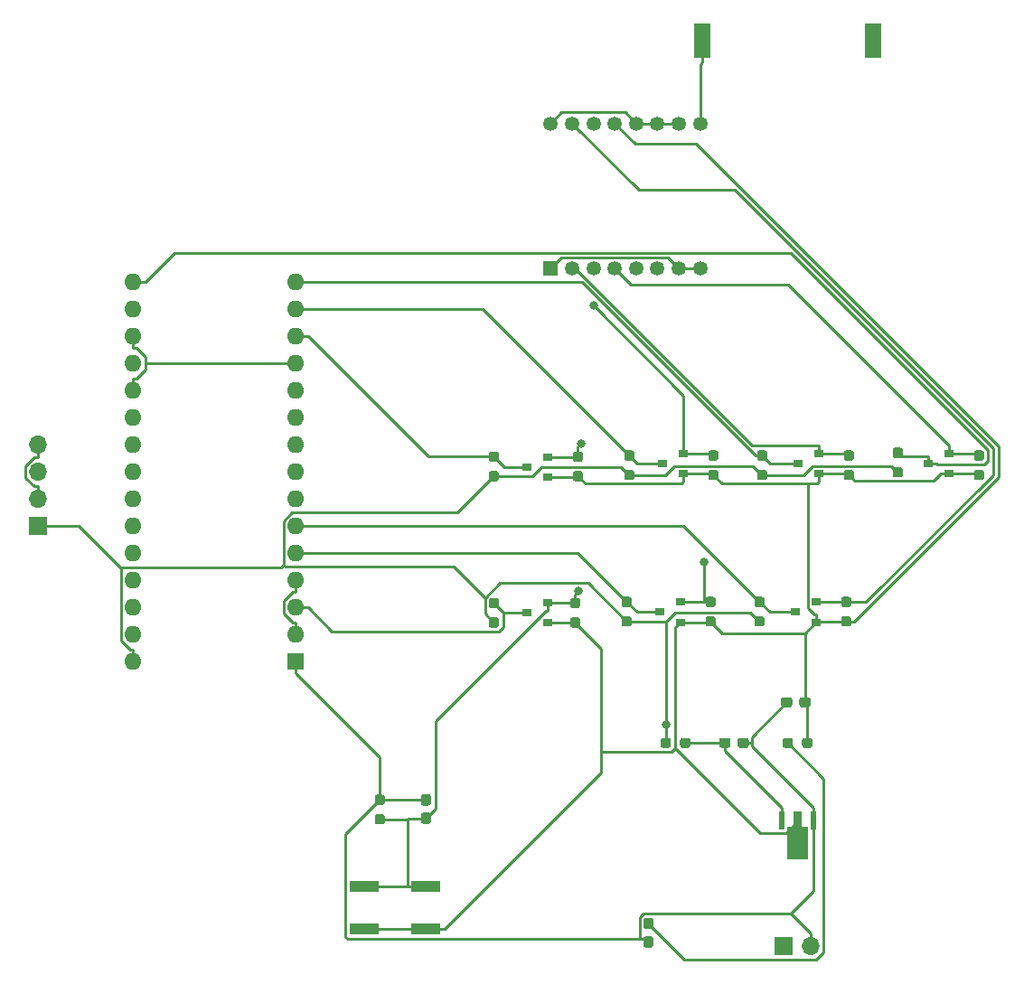
<source format=gbr>
%TF.GenerationSoftware,KiCad,Pcbnew,(5.1.10)-1*%
%TF.CreationDate,2021-06-24T19:27:42+08:00*%
%TF.ProjectId,hoperf_arduino,686f7065-7266-45f6-9172-6475696e6f2e,rev?*%
%TF.SameCoordinates,Original*%
%TF.FileFunction,Copper,L1,Top*%
%TF.FilePolarity,Positive*%
%FSLAX46Y46*%
G04 Gerber Fmt 4.6, Leading zero omitted, Abs format (unit mm)*
G04 Created by KiCad (PCBNEW (5.1.10)-1) date 2021-06-24 19:27:42*
%MOMM*%
%LPD*%
G01*
G04 APERTURE LIST*
%TA.AperFunction,ComponentPad*%
%ADD10C,1.350000*%
%TD*%
%TA.AperFunction,ComponentPad*%
%ADD11R,1.350000X1.350000*%
%TD*%
%TA.AperFunction,ComponentPad*%
%ADD12O,1.700000X1.700000*%
%TD*%
%TA.AperFunction,ComponentPad*%
%ADD13R,1.700000X1.700000*%
%TD*%
%TA.AperFunction,SMDPad,CuDef*%
%ADD14C,0.100000*%
%TD*%
%TA.AperFunction,SMDPad,CuDef*%
%ADD15R,0.580000X1.730000*%
%TD*%
%TA.AperFunction,SMDPad,CuDef*%
%ADD16R,2.800000X1.000000*%
%TD*%
%TA.AperFunction,ComponentPad*%
%ADD17R,1.600000X1.600000*%
%TD*%
%TA.AperFunction,ComponentPad*%
%ADD18O,1.600000X1.600000*%
%TD*%
%TA.AperFunction,SMDPad,CuDef*%
%ADD19R,0.900000X0.800000*%
%TD*%
%TA.AperFunction,SMDPad,CuDef*%
%ADD20R,1.524000X3.302000*%
%TD*%
%TA.AperFunction,ViaPad*%
%ADD21C,0.800000*%
%TD*%
%TA.AperFunction,Conductor*%
%ADD22C,0.250000*%
%TD*%
G04 APERTURE END LIST*
D10*
%TO.P,U2,16*%
%TO.N,GND*%
X102616000Y-65140000D03*
%TO.P,U2,15*%
%TO.N,/L_DIO1*%
X104616000Y-65140000D03*
%TO.P,U2,14*%
%TO.N,/L_DIO0*%
X106616000Y-65140000D03*
%TO.P,U2,13*%
%TO.N,+3V3*%
X108616000Y-65140000D03*
%TO.P,U2,12*%
%TO.N,GND*%
X110616000Y-65140000D03*
%TO.P,U2,11*%
X112616000Y-65140000D03*
%TO.P,U2,10*%
X114616000Y-65140000D03*
%TO.P,U2,9*%
%TO.N,Net-(E1-Pad1)*%
X116616000Y-65140000D03*
%TO.P,U2,8*%
%TO.N,GND*%
X116616000Y-78740000D03*
%TO.P,U2,7*%
X114616000Y-78740000D03*
%TO.P,U2,6*%
%TO.N,/L_RESET*%
X112616000Y-78740000D03*
%TO.P,U2,5*%
%TO.N,/L_CS*%
X110616000Y-78740000D03*
%TO.P,U2,4*%
%TO.N,/L_SCK*%
X108616000Y-78740000D03*
%TO.P,U2,3*%
%TO.N,/L_MOSI*%
X106616000Y-78740000D03*
%TO.P,U2,2*%
%TO.N,/L_MISO*%
X104616000Y-78740000D03*
D11*
%TO.P,U2,1*%
%TO.N,GND*%
X102616000Y-78740000D03*
%TD*%
D12*
%TO.P,BT1,2*%
%TO.N,GND*%
X127000000Y-142240000D03*
D13*
%TO.P,BT1,1*%
%TO.N,+5V*%
X124460000Y-142240000D03*
%TD*%
%TA.AperFunction,SMDPad,CuDef*%
D14*
%TO.P,U1,2*%
%TO.N,+3V3*%
G36*
X124763500Y-131080000D02*
G01*
X125350000Y-131080000D01*
X125350000Y-129580000D01*
X126110000Y-129580000D01*
X126110000Y-131080000D01*
X126696500Y-131080000D01*
X126696500Y-134109999D01*
X124763500Y-134109999D01*
X124763500Y-131080000D01*
G37*
%TD.AperFunction*%
D15*
%TO.P,U1,3*%
%TO.N,Net-(C2-Pad1)*%
X124230000Y-130445000D03*
%TO.P,U1,1*%
%TO.N,GND*%
X127230000Y-130445000D03*
%TD*%
D16*
%TO.P,SW1,2*%
%TO.N,/L_RESET*%
X85132000Y-136652000D03*
X90932000Y-136652000D03*
%TO.P,SW1,1*%
%TO.N,+3V3*%
X85132000Y-140652000D03*
X90932000Y-140652000D03*
%TD*%
%TO.P,R24,2*%
%TO.N,+3V3*%
%TA.AperFunction,SMDPad,CuDef*%
G36*
G01*
X126155000Y-123427500D02*
X126155000Y-122952500D01*
G75*
G02*
X126392500Y-122715000I237500J0D01*
G01*
X126892500Y-122715000D01*
G75*
G02*
X127130000Y-122952500I0J-237500D01*
G01*
X127130000Y-123427500D01*
G75*
G02*
X126892500Y-123665000I-237500J0D01*
G01*
X126392500Y-123665000D01*
G75*
G02*
X126155000Y-123427500I0J237500D01*
G01*
G37*
%TD.AperFunction*%
%TO.P,R24,1*%
%TO.N,Net-(D1-Pad2)*%
%TA.AperFunction,SMDPad,CuDef*%
G36*
G01*
X124330000Y-123427500D02*
X124330000Y-122952500D01*
G75*
G02*
X124567500Y-122715000I237500J0D01*
G01*
X125067500Y-122715000D01*
G75*
G02*
X125305000Y-122952500I0J-237500D01*
G01*
X125305000Y-123427500D01*
G75*
G02*
X125067500Y-123665000I-237500J0D01*
G01*
X124567500Y-123665000D01*
G75*
G02*
X124330000Y-123427500I0J237500D01*
G01*
G37*
%TD.AperFunction*%
%TD*%
%TO.P,R15,2*%
%TO.N,/L_DIO1*%
%TA.AperFunction,SMDPad,CuDef*%
G36*
G01*
X130539500Y-110469000D02*
X130064500Y-110469000D01*
G75*
G02*
X129827000Y-110231500I0J237500D01*
G01*
X129827000Y-109731500D01*
G75*
G02*
X130064500Y-109494000I237500J0D01*
G01*
X130539500Y-109494000D01*
G75*
G02*
X130777000Y-109731500I0J-237500D01*
G01*
X130777000Y-110231500D01*
G75*
G02*
X130539500Y-110469000I-237500J0D01*
G01*
G37*
%TD.AperFunction*%
%TO.P,R15,1*%
%TO.N,+3V3*%
%TA.AperFunction,SMDPad,CuDef*%
G36*
G01*
X130539500Y-112294000D02*
X130064500Y-112294000D01*
G75*
G02*
X129827000Y-112056500I0J237500D01*
G01*
X129827000Y-111556500D01*
G75*
G02*
X130064500Y-111319000I237500J0D01*
G01*
X130539500Y-111319000D01*
G75*
G02*
X130777000Y-111556500I0J-237500D01*
G01*
X130777000Y-112056500D01*
G75*
G02*
X130539500Y-112294000I-237500J0D01*
G01*
G37*
%TD.AperFunction*%
%TD*%
%TO.P,R14,2*%
%TO.N,/H_DIO1*%
%TA.AperFunction,SMDPad,CuDef*%
G36*
G01*
X122411500Y-110469000D02*
X121936500Y-110469000D01*
G75*
G02*
X121699000Y-110231500I0J237500D01*
G01*
X121699000Y-109731500D01*
G75*
G02*
X121936500Y-109494000I237500J0D01*
G01*
X122411500Y-109494000D01*
G75*
G02*
X122649000Y-109731500I0J-237500D01*
G01*
X122649000Y-110231500D01*
G75*
G02*
X122411500Y-110469000I-237500J0D01*
G01*
G37*
%TD.AperFunction*%
%TO.P,R14,1*%
%TO.N,+5V*%
%TA.AperFunction,SMDPad,CuDef*%
G36*
G01*
X122411500Y-112294000D02*
X121936500Y-112294000D01*
G75*
G02*
X121699000Y-112056500I0J237500D01*
G01*
X121699000Y-111556500D01*
G75*
G02*
X121936500Y-111319000I237500J0D01*
G01*
X122411500Y-111319000D01*
G75*
G02*
X122649000Y-111556500I0J-237500D01*
G01*
X122649000Y-112056500D01*
G75*
G02*
X122411500Y-112294000I-237500J0D01*
G01*
G37*
%TD.AperFunction*%
%TD*%
%TO.P,R13,2*%
%TO.N,/L_DIO0*%
%TA.AperFunction,SMDPad,CuDef*%
G36*
G01*
X117839500Y-110469000D02*
X117364500Y-110469000D01*
G75*
G02*
X117127000Y-110231500I0J237500D01*
G01*
X117127000Y-109731500D01*
G75*
G02*
X117364500Y-109494000I237500J0D01*
G01*
X117839500Y-109494000D01*
G75*
G02*
X118077000Y-109731500I0J-237500D01*
G01*
X118077000Y-110231500D01*
G75*
G02*
X117839500Y-110469000I-237500J0D01*
G01*
G37*
%TD.AperFunction*%
%TO.P,R13,1*%
%TO.N,+3V3*%
%TA.AperFunction,SMDPad,CuDef*%
G36*
G01*
X117839500Y-112294000D02*
X117364500Y-112294000D01*
G75*
G02*
X117127000Y-112056500I0J237500D01*
G01*
X117127000Y-111556500D01*
G75*
G02*
X117364500Y-111319000I237500J0D01*
G01*
X117839500Y-111319000D01*
G75*
G02*
X118077000Y-111556500I0J-237500D01*
G01*
X118077000Y-112056500D01*
G75*
G02*
X117839500Y-112294000I-237500J0D01*
G01*
G37*
%TD.AperFunction*%
%TD*%
%TO.P,R12,2*%
%TO.N,/H_DIO0*%
%TA.AperFunction,SMDPad,CuDef*%
G36*
G01*
X109965500Y-110469000D02*
X109490500Y-110469000D01*
G75*
G02*
X109253000Y-110231500I0J237500D01*
G01*
X109253000Y-109731500D01*
G75*
G02*
X109490500Y-109494000I237500J0D01*
G01*
X109965500Y-109494000D01*
G75*
G02*
X110203000Y-109731500I0J-237500D01*
G01*
X110203000Y-110231500D01*
G75*
G02*
X109965500Y-110469000I-237500J0D01*
G01*
G37*
%TD.AperFunction*%
%TO.P,R12,1*%
%TO.N,+5V*%
%TA.AperFunction,SMDPad,CuDef*%
G36*
G01*
X109965500Y-112294000D02*
X109490500Y-112294000D01*
G75*
G02*
X109253000Y-112056500I0J237500D01*
G01*
X109253000Y-111556500D01*
G75*
G02*
X109490500Y-111319000I237500J0D01*
G01*
X109965500Y-111319000D01*
G75*
G02*
X110203000Y-111556500I0J-237500D01*
G01*
X110203000Y-112056500D01*
G75*
G02*
X109965500Y-112294000I-237500J0D01*
G01*
G37*
%TD.AperFunction*%
%TD*%
%TO.P,R11,2*%
%TO.N,/L_RESET*%
%TA.AperFunction,SMDPad,CuDef*%
G36*
G01*
X105139500Y-110573000D02*
X104664500Y-110573000D01*
G75*
G02*
X104427000Y-110335500I0J237500D01*
G01*
X104427000Y-109835500D01*
G75*
G02*
X104664500Y-109598000I237500J0D01*
G01*
X105139500Y-109598000D01*
G75*
G02*
X105377000Y-109835500I0J-237500D01*
G01*
X105377000Y-110335500D01*
G75*
G02*
X105139500Y-110573000I-237500J0D01*
G01*
G37*
%TD.AperFunction*%
%TO.P,R11,1*%
%TO.N,+3V3*%
%TA.AperFunction,SMDPad,CuDef*%
G36*
G01*
X105139500Y-112398000D02*
X104664500Y-112398000D01*
G75*
G02*
X104427000Y-112160500I0J237500D01*
G01*
X104427000Y-111660500D01*
G75*
G02*
X104664500Y-111423000I237500J0D01*
G01*
X105139500Y-111423000D01*
G75*
G02*
X105377000Y-111660500I0J-237500D01*
G01*
X105377000Y-112160500D01*
G75*
G02*
X105139500Y-112398000I-237500J0D01*
G01*
G37*
%TD.AperFunction*%
%TD*%
%TO.P,R10,2*%
%TO.N,/H_RESET*%
%TA.AperFunction,SMDPad,CuDef*%
G36*
G01*
X97519500Y-110573000D02*
X97044500Y-110573000D01*
G75*
G02*
X96807000Y-110335500I0J237500D01*
G01*
X96807000Y-109835500D01*
G75*
G02*
X97044500Y-109598000I237500J0D01*
G01*
X97519500Y-109598000D01*
G75*
G02*
X97757000Y-109835500I0J-237500D01*
G01*
X97757000Y-110335500D01*
G75*
G02*
X97519500Y-110573000I-237500J0D01*
G01*
G37*
%TD.AperFunction*%
%TO.P,R10,1*%
%TO.N,+5V*%
%TA.AperFunction,SMDPad,CuDef*%
G36*
G01*
X97519500Y-112398000D02*
X97044500Y-112398000D01*
G75*
G02*
X96807000Y-112160500I0J237500D01*
G01*
X96807000Y-111660500D01*
G75*
G02*
X97044500Y-111423000I237500J0D01*
G01*
X97519500Y-111423000D01*
G75*
G02*
X97757000Y-111660500I0J-237500D01*
G01*
X97757000Y-112160500D01*
G75*
G02*
X97519500Y-112398000I-237500J0D01*
G01*
G37*
%TD.AperFunction*%
%TD*%
%TO.P,R9,2*%
%TO.N,/L_CS*%
%TA.AperFunction,SMDPad,CuDef*%
G36*
G01*
X105393500Y-96857000D02*
X104918500Y-96857000D01*
G75*
G02*
X104681000Y-96619500I0J237500D01*
G01*
X104681000Y-96119500D01*
G75*
G02*
X104918500Y-95882000I237500J0D01*
G01*
X105393500Y-95882000D01*
G75*
G02*
X105631000Y-96119500I0J-237500D01*
G01*
X105631000Y-96619500D01*
G75*
G02*
X105393500Y-96857000I-237500J0D01*
G01*
G37*
%TD.AperFunction*%
%TO.P,R9,1*%
%TO.N,+3V3*%
%TA.AperFunction,SMDPad,CuDef*%
G36*
G01*
X105393500Y-98682000D02*
X104918500Y-98682000D01*
G75*
G02*
X104681000Y-98444500I0J237500D01*
G01*
X104681000Y-97944500D01*
G75*
G02*
X104918500Y-97707000I237500J0D01*
G01*
X105393500Y-97707000D01*
G75*
G02*
X105631000Y-97944500I0J-237500D01*
G01*
X105631000Y-98444500D01*
G75*
G02*
X105393500Y-98682000I-237500J0D01*
G01*
G37*
%TD.AperFunction*%
%TD*%
%TO.P,R8,2*%
%TO.N,/H_CS*%
%TA.AperFunction,SMDPad,CuDef*%
G36*
G01*
X97519500Y-96857000D02*
X97044500Y-96857000D01*
G75*
G02*
X96807000Y-96619500I0J237500D01*
G01*
X96807000Y-96119500D01*
G75*
G02*
X97044500Y-95882000I237500J0D01*
G01*
X97519500Y-95882000D01*
G75*
G02*
X97757000Y-96119500I0J-237500D01*
G01*
X97757000Y-96619500D01*
G75*
G02*
X97519500Y-96857000I-237500J0D01*
G01*
G37*
%TD.AperFunction*%
%TO.P,R8,1*%
%TO.N,+5V*%
%TA.AperFunction,SMDPad,CuDef*%
G36*
G01*
X97519500Y-98682000D02*
X97044500Y-98682000D01*
G75*
G02*
X96807000Y-98444500I0J237500D01*
G01*
X96807000Y-97944500D01*
G75*
G02*
X97044500Y-97707000I237500J0D01*
G01*
X97519500Y-97707000D01*
G75*
G02*
X97757000Y-97944500I0J-237500D01*
G01*
X97757000Y-98444500D01*
G75*
G02*
X97519500Y-98682000I-237500J0D01*
G01*
G37*
%TD.AperFunction*%
%TD*%
%TO.P,R7,2*%
%TO.N,/L_SCK*%
%TA.AperFunction,SMDPad,CuDef*%
G36*
G01*
X142985500Y-96753500D02*
X142510500Y-96753500D01*
G75*
G02*
X142273000Y-96516000I0J237500D01*
G01*
X142273000Y-96016000D01*
G75*
G02*
X142510500Y-95778500I237500J0D01*
G01*
X142985500Y-95778500D01*
G75*
G02*
X143223000Y-96016000I0J-237500D01*
G01*
X143223000Y-96516000D01*
G75*
G02*
X142985500Y-96753500I-237500J0D01*
G01*
G37*
%TD.AperFunction*%
%TO.P,R7,1*%
%TO.N,+3V3*%
%TA.AperFunction,SMDPad,CuDef*%
G36*
G01*
X142985500Y-98578500D02*
X142510500Y-98578500D01*
G75*
G02*
X142273000Y-98341000I0J237500D01*
G01*
X142273000Y-97841000D01*
G75*
G02*
X142510500Y-97603500I237500J0D01*
G01*
X142985500Y-97603500D01*
G75*
G02*
X143223000Y-97841000I0J-237500D01*
G01*
X143223000Y-98341000D01*
G75*
G02*
X142985500Y-98578500I-237500J0D01*
G01*
G37*
%TD.AperFunction*%
%TD*%
%TO.P,R6,2*%
%TO.N,/H_SCK*%
%TA.AperFunction,SMDPad,CuDef*%
G36*
G01*
X135365500Y-96499500D02*
X134890500Y-96499500D01*
G75*
G02*
X134653000Y-96262000I0J237500D01*
G01*
X134653000Y-95762000D01*
G75*
G02*
X134890500Y-95524500I237500J0D01*
G01*
X135365500Y-95524500D01*
G75*
G02*
X135603000Y-95762000I0J-237500D01*
G01*
X135603000Y-96262000D01*
G75*
G02*
X135365500Y-96499500I-237500J0D01*
G01*
G37*
%TD.AperFunction*%
%TO.P,R6,1*%
%TO.N,+5V*%
%TA.AperFunction,SMDPad,CuDef*%
G36*
G01*
X135365500Y-98324500D02*
X134890500Y-98324500D01*
G75*
G02*
X134653000Y-98087000I0J237500D01*
G01*
X134653000Y-97587000D01*
G75*
G02*
X134890500Y-97349500I237500J0D01*
G01*
X135365500Y-97349500D01*
G75*
G02*
X135603000Y-97587000I0J-237500D01*
G01*
X135603000Y-98087000D01*
G75*
G02*
X135365500Y-98324500I-237500J0D01*
G01*
G37*
%TD.AperFunction*%
%TD*%
%TO.P,R5,2*%
%TO.N,/L_MISO*%
%TA.AperFunction,SMDPad,CuDef*%
G36*
G01*
X130793500Y-96753500D02*
X130318500Y-96753500D01*
G75*
G02*
X130081000Y-96516000I0J237500D01*
G01*
X130081000Y-96016000D01*
G75*
G02*
X130318500Y-95778500I237500J0D01*
G01*
X130793500Y-95778500D01*
G75*
G02*
X131031000Y-96016000I0J-237500D01*
G01*
X131031000Y-96516000D01*
G75*
G02*
X130793500Y-96753500I-237500J0D01*
G01*
G37*
%TD.AperFunction*%
%TO.P,R5,1*%
%TO.N,+3V3*%
%TA.AperFunction,SMDPad,CuDef*%
G36*
G01*
X130793500Y-98578500D02*
X130318500Y-98578500D01*
G75*
G02*
X130081000Y-98341000I0J237500D01*
G01*
X130081000Y-97841000D01*
G75*
G02*
X130318500Y-97603500I237500J0D01*
G01*
X130793500Y-97603500D01*
G75*
G02*
X131031000Y-97841000I0J-237500D01*
G01*
X131031000Y-98341000D01*
G75*
G02*
X130793500Y-98578500I-237500J0D01*
G01*
G37*
%TD.AperFunction*%
%TD*%
%TO.P,R4,2*%
%TO.N,/H_MISO*%
%TA.AperFunction,SMDPad,CuDef*%
G36*
G01*
X122665500Y-96753500D02*
X122190500Y-96753500D01*
G75*
G02*
X121953000Y-96516000I0J237500D01*
G01*
X121953000Y-96016000D01*
G75*
G02*
X122190500Y-95778500I237500J0D01*
G01*
X122665500Y-95778500D01*
G75*
G02*
X122903000Y-96016000I0J-237500D01*
G01*
X122903000Y-96516000D01*
G75*
G02*
X122665500Y-96753500I-237500J0D01*
G01*
G37*
%TD.AperFunction*%
%TO.P,R4,1*%
%TO.N,+5V*%
%TA.AperFunction,SMDPad,CuDef*%
G36*
G01*
X122665500Y-98578500D02*
X122190500Y-98578500D01*
G75*
G02*
X121953000Y-98341000I0J237500D01*
G01*
X121953000Y-97841000D01*
G75*
G02*
X122190500Y-97603500I237500J0D01*
G01*
X122665500Y-97603500D01*
G75*
G02*
X122903000Y-97841000I0J-237500D01*
G01*
X122903000Y-98341000D01*
G75*
G02*
X122665500Y-98578500I-237500J0D01*
G01*
G37*
%TD.AperFunction*%
%TD*%
%TO.P,R3,2*%
%TO.N,/L_MOSI*%
%TA.AperFunction,SMDPad,CuDef*%
G36*
G01*
X118093500Y-96753500D02*
X117618500Y-96753500D01*
G75*
G02*
X117381000Y-96516000I0J237500D01*
G01*
X117381000Y-96016000D01*
G75*
G02*
X117618500Y-95778500I237500J0D01*
G01*
X118093500Y-95778500D01*
G75*
G02*
X118331000Y-96016000I0J-237500D01*
G01*
X118331000Y-96516000D01*
G75*
G02*
X118093500Y-96753500I-237500J0D01*
G01*
G37*
%TD.AperFunction*%
%TO.P,R3,1*%
%TO.N,+3V3*%
%TA.AperFunction,SMDPad,CuDef*%
G36*
G01*
X118093500Y-98578500D02*
X117618500Y-98578500D01*
G75*
G02*
X117381000Y-98341000I0J237500D01*
G01*
X117381000Y-97841000D01*
G75*
G02*
X117618500Y-97603500I237500J0D01*
G01*
X118093500Y-97603500D01*
G75*
G02*
X118331000Y-97841000I0J-237500D01*
G01*
X118331000Y-98341000D01*
G75*
G02*
X118093500Y-98578500I-237500J0D01*
G01*
G37*
%TD.AperFunction*%
%TD*%
%TO.P,R2,2*%
%TO.N,/H_MOSI*%
%TA.AperFunction,SMDPad,CuDef*%
G36*
G01*
X110219500Y-96753500D02*
X109744500Y-96753500D01*
G75*
G02*
X109507000Y-96516000I0J237500D01*
G01*
X109507000Y-96016000D01*
G75*
G02*
X109744500Y-95778500I237500J0D01*
G01*
X110219500Y-95778500D01*
G75*
G02*
X110457000Y-96016000I0J-237500D01*
G01*
X110457000Y-96516000D01*
G75*
G02*
X110219500Y-96753500I-237500J0D01*
G01*
G37*
%TD.AperFunction*%
%TO.P,R2,1*%
%TO.N,+5V*%
%TA.AperFunction,SMDPad,CuDef*%
G36*
G01*
X110219500Y-98578500D02*
X109744500Y-98578500D01*
G75*
G02*
X109507000Y-98341000I0J237500D01*
G01*
X109507000Y-97841000D01*
G75*
G02*
X109744500Y-97603500I237500J0D01*
G01*
X110219500Y-97603500D01*
G75*
G02*
X110457000Y-97841000I0J-237500D01*
G01*
X110457000Y-98341000D01*
G75*
G02*
X110219500Y-98578500I-237500J0D01*
G01*
G37*
%TD.AperFunction*%
%TD*%
%TO.P,R1,2*%
%TO.N,GND*%
%TA.AperFunction,SMDPad,CuDef*%
G36*
G01*
X86851500Y-129011000D02*
X86376500Y-129011000D01*
G75*
G02*
X86139000Y-128773500I0J237500D01*
G01*
X86139000Y-128273500D01*
G75*
G02*
X86376500Y-128036000I237500J0D01*
G01*
X86851500Y-128036000D01*
G75*
G02*
X87089000Y-128273500I0J-237500D01*
G01*
X87089000Y-128773500D01*
G75*
G02*
X86851500Y-129011000I-237500J0D01*
G01*
G37*
%TD.AperFunction*%
%TO.P,R1,1*%
%TO.N,/L_RESET*%
%TA.AperFunction,SMDPad,CuDef*%
G36*
G01*
X86851500Y-130836000D02*
X86376500Y-130836000D01*
G75*
G02*
X86139000Y-130598500I0J237500D01*
G01*
X86139000Y-130098500D01*
G75*
G02*
X86376500Y-129861000I237500J0D01*
G01*
X86851500Y-129861000D01*
G75*
G02*
X87089000Y-130098500I0J-237500D01*
G01*
X87089000Y-130598500D01*
G75*
G02*
X86851500Y-130836000I-237500J0D01*
G01*
G37*
%TD.AperFunction*%
%TD*%
%TO.P,FB1,2*%
%TO.N,+5V*%
%TA.AperFunction,SMDPad,CuDef*%
G36*
G01*
X113875000Y-122952500D02*
X113875000Y-123427500D01*
G75*
G02*
X113637500Y-123665000I-237500J0D01*
G01*
X113137500Y-123665000D01*
G75*
G02*
X112900000Y-123427500I0J237500D01*
G01*
X112900000Y-122952500D01*
G75*
G02*
X113137500Y-122715000I237500J0D01*
G01*
X113637500Y-122715000D01*
G75*
G02*
X113875000Y-122952500I0J-237500D01*
G01*
G37*
%TD.AperFunction*%
%TO.P,FB1,1*%
%TO.N,Net-(C2-Pad1)*%
%TA.AperFunction,SMDPad,CuDef*%
G36*
G01*
X115700000Y-122952500D02*
X115700000Y-123427500D01*
G75*
G02*
X115462500Y-123665000I-237500J0D01*
G01*
X114962500Y-123665000D01*
G75*
G02*
X114725000Y-123427500I0J237500D01*
G01*
X114725000Y-122952500D01*
G75*
G02*
X114962500Y-122715000I237500J0D01*
G01*
X115462500Y-122715000D01*
G75*
G02*
X115700000Y-122952500I0J-237500D01*
G01*
G37*
%TD.AperFunction*%
%TD*%
%TO.P,D1,2*%
%TO.N,Net-(D1-Pad2)*%
%TA.AperFunction,SMDPad,CuDef*%
G36*
G01*
X111997500Y-140620000D02*
X111522500Y-140620000D01*
G75*
G02*
X111285000Y-140382500I0J237500D01*
G01*
X111285000Y-139807500D01*
G75*
G02*
X111522500Y-139570000I237500J0D01*
G01*
X111997500Y-139570000D01*
G75*
G02*
X112235000Y-139807500I0J-237500D01*
G01*
X112235000Y-140382500D01*
G75*
G02*
X111997500Y-140620000I-237500J0D01*
G01*
G37*
%TD.AperFunction*%
%TO.P,D1,1*%
%TO.N,GND*%
%TA.AperFunction,SMDPad,CuDef*%
G36*
G01*
X111997500Y-142370000D02*
X111522500Y-142370000D01*
G75*
G02*
X111285000Y-142132500I0J237500D01*
G01*
X111285000Y-141557500D01*
G75*
G02*
X111522500Y-141320000I237500J0D01*
G01*
X111997500Y-141320000D01*
G75*
G02*
X112235000Y-141557500I0J-237500D01*
G01*
X112235000Y-142132500D01*
G75*
G02*
X111997500Y-142370000I-237500J0D01*
G01*
G37*
%TD.AperFunction*%
%TD*%
%TO.P,C3,2*%
%TO.N,GND*%
%TA.AperFunction,SMDPad,CuDef*%
G36*
G01*
X125251000Y-119142500D02*
X125251000Y-119617500D01*
G75*
G02*
X125013500Y-119855000I-237500J0D01*
G01*
X124413500Y-119855000D01*
G75*
G02*
X124176000Y-119617500I0J237500D01*
G01*
X124176000Y-119142500D01*
G75*
G02*
X124413500Y-118905000I237500J0D01*
G01*
X125013500Y-118905000D01*
G75*
G02*
X125251000Y-119142500I0J-237500D01*
G01*
G37*
%TD.AperFunction*%
%TO.P,C3,1*%
%TO.N,+3V3*%
%TA.AperFunction,SMDPad,CuDef*%
G36*
G01*
X126976000Y-119142500D02*
X126976000Y-119617500D01*
G75*
G02*
X126738500Y-119855000I-237500J0D01*
G01*
X126138500Y-119855000D01*
G75*
G02*
X125901000Y-119617500I0J237500D01*
G01*
X125901000Y-119142500D01*
G75*
G02*
X126138500Y-118905000I237500J0D01*
G01*
X126738500Y-118905000D01*
G75*
G02*
X126976000Y-119142500I0J-237500D01*
G01*
G37*
%TD.AperFunction*%
%TD*%
%TO.P,C2,2*%
%TO.N,GND*%
%TA.AperFunction,SMDPad,CuDef*%
G36*
G01*
X120113000Y-123427500D02*
X120113000Y-122952500D01*
G75*
G02*
X120350500Y-122715000I237500J0D01*
G01*
X120950500Y-122715000D01*
G75*
G02*
X121188000Y-122952500I0J-237500D01*
G01*
X121188000Y-123427500D01*
G75*
G02*
X120950500Y-123665000I-237500J0D01*
G01*
X120350500Y-123665000D01*
G75*
G02*
X120113000Y-123427500I0J237500D01*
G01*
G37*
%TD.AperFunction*%
%TO.P,C2,1*%
%TO.N,Net-(C2-Pad1)*%
%TA.AperFunction,SMDPad,CuDef*%
G36*
G01*
X118388000Y-123427500D02*
X118388000Y-122952500D01*
G75*
G02*
X118625500Y-122715000I237500J0D01*
G01*
X119225500Y-122715000D01*
G75*
G02*
X119463000Y-122952500I0J-237500D01*
G01*
X119463000Y-123427500D01*
G75*
G02*
X119225500Y-123665000I-237500J0D01*
G01*
X118625500Y-123665000D01*
G75*
G02*
X118388000Y-123427500I0J237500D01*
G01*
G37*
%TD.AperFunction*%
%TD*%
%TO.P,C1,2*%
%TO.N,GND*%
%TA.AperFunction,SMDPad,CuDef*%
G36*
G01*
X91169500Y-129061000D02*
X90694500Y-129061000D01*
G75*
G02*
X90457000Y-128823500I0J237500D01*
G01*
X90457000Y-128223500D01*
G75*
G02*
X90694500Y-127986000I237500J0D01*
G01*
X91169500Y-127986000D01*
G75*
G02*
X91407000Y-128223500I0J-237500D01*
G01*
X91407000Y-128823500D01*
G75*
G02*
X91169500Y-129061000I-237500J0D01*
G01*
G37*
%TD.AperFunction*%
%TO.P,C1,1*%
%TO.N,/L_RESET*%
%TA.AperFunction,SMDPad,CuDef*%
G36*
G01*
X91169500Y-130786000D02*
X90694500Y-130786000D01*
G75*
G02*
X90457000Y-130548500I0J237500D01*
G01*
X90457000Y-129948500D01*
G75*
G02*
X90694500Y-129711000I237500J0D01*
G01*
X91169500Y-129711000D01*
G75*
G02*
X91407000Y-129948500I0J-237500D01*
G01*
X91407000Y-130548500D01*
G75*
G02*
X91169500Y-130786000I-237500J0D01*
G01*
G37*
%TD.AperFunction*%
%TD*%
D13*
%TO.P,FC1,1*%
%TO.N,+5V*%
X54610000Y-102870000D03*
D12*
%TO.P,FC1,2*%
%TO.N,GND*%
X54610000Y-100330000D03*
%TO.P,FC1,3*%
%TO.N,/FC_A0*%
X54610000Y-97790000D03*
%TO.P,FC1,4*%
%TO.N,GND*%
X54610000Y-95250000D03*
%TD*%
D17*
%TO.P,A1,1*%
%TO.N,GND*%
X78740000Y-115570000D03*
D18*
%TO.P,A1,17*%
%TO.N,N/C*%
X63500000Y-82550000D03*
%TO.P,A1,2*%
%TO.N,GND*%
X78740000Y-113030000D03*
%TO.P,A1,18*%
X63500000Y-85090000D03*
%TO.P,A1,3*%
%TO.N,/H_RESET*%
X78740000Y-110490000D03*
%TO.P,A1,19*%
%TO.N,/FC_A0*%
X63500000Y-87630000D03*
%TO.P,A1,4*%
%TO.N,GND*%
X78740000Y-107950000D03*
%TO.P,A1,20*%
X63500000Y-90170000D03*
%TO.P,A1,5*%
%TO.N,/H_DIO0*%
X78740000Y-105410000D03*
%TO.P,A1,21*%
%TO.N,GND*%
X63500000Y-92710000D03*
%TO.P,A1,6*%
%TO.N,/H_DIO1*%
X78740000Y-102870000D03*
%TO.P,A1,22*%
%TO.N,GND*%
X63500000Y-95250000D03*
%TO.P,A1,7*%
%TO.N,N/C*%
X78740000Y-100330000D03*
%TO.P,A1,23*%
%TO.N,GND*%
X63500000Y-97790000D03*
%TO.P,A1,8*%
%TO.N,/H_RESET*%
X78740000Y-97790000D03*
%TO.P,A1,24*%
%TO.N,GND*%
X63500000Y-100330000D03*
%TO.P,A1,9*%
X78740000Y-95250000D03*
%TO.P,A1,25*%
X63500000Y-102870000D03*
%TO.P,A1,10*%
X78740000Y-92710000D03*
%TO.P,A1,26*%
X63500000Y-105410000D03*
%TO.P,A1,11*%
X78740000Y-90170000D03*
%TO.P,A1,27*%
%TO.N,N/C*%
X63500000Y-107950000D03*
%TO.P,A1,12*%
%TO.N,GND*%
X78740000Y-87630000D03*
%TO.P,A1,28*%
%TO.N,/H_RESET*%
X63500000Y-110490000D03*
%TO.P,A1,13*%
%TO.N,/H_CS*%
X78740000Y-85090000D03*
%TO.P,A1,29*%
%TO.N,GND*%
X63500000Y-113030000D03*
%TO.P,A1,14*%
%TO.N,/H_MOSI*%
X78740000Y-82550000D03*
%TO.P,A1,30*%
%TO.N,+5V*%
X63500000Y-115570000D03*
%TO.P,A1,15*%
%TO.N,/H_MISO*%
X78740000Y-80010000D03*
%TO.P,A1,16*%
%TO.N,/H_SCK*%
X63500000Y-80010000D03*
%TD*%
D19*
%TO.P,Q7,3*%
%TO.N,/H_DIO1*%
X125492000Y-110932000D03*
%TO.P,Q7,2*%
%TO.N,/L_DIO1*%
X127492000Y-109982000D03*
%TO.P,Q7,1*%
%TO.N,+3V3*%
X127492000Y-111882000D03*
%TD*%
%TO.P,Q6,3*%
%TO.N,/H_DIO0*%
X112792000Y-110932000D03*
%TO.P,Q6,2*%
%TO.N,/L_DIO0*%
X114792000Y-109982000D03*
%TO.P,Q6,1*%
%TO.N,+3V3*%
X114792000Y-111882000D03*
%TD*%
%TO.P,Q5,3*%
%TO.N,/H_RESET*%
X100346000Y-110998000D03*
%TO.P,Q5,2*%
%TO.N,/L_RESET*%
X102346000Y-110048000D03*
%TO.P,Q5,1*%
%TO.N,+3V3*%
X102346000Y-111948000D03*
%TD*%
%TO.P,Q4,3*%
%TO.N,/H_CS*%
X100362000Y-97348000D03*
%TO.P,Q4,2*%
%TO.N,/L_CS*%
X102362000Y-96398000D03*
%TO.P,Q4,1*%
%TO.N,+3V3*%
X102362000Y-98298000D03*
%TD*%
%TO.P,Q3,3*%
%TO.N,/H_SCK*%
X137954000Y-97028000D03*
%TO.P,Q3,2*%
%TO.N,/L_SCK*%
X139954000Y-96078000D03*
%TO.P,Q3,1*%
%TO.N,+3V3*%
X139954000Y-97978000D03*
%TD*%
%TO.P,Q2,3*%
%TO.N,/H_MISO*%
X125746000Y-97028000D03*
%TO.P,Q2,2*%
%TO.N,/L_MISO*%
X127746000Y-96078000D03*
%TO.P,Q2,1*%
%TO.N,+3V3*%
X127746000Y-97978000D03*
%TD*%
%TO.P,Q1,3*%
%TO.N,/H_MOSI*%
X113046000Y-97028000D03*
%TO.P,Q1,2*%
%TO.N,/L_MOSI*%
X115046000Y-96078000D03*
%TO.P,Q1,1*%
%TO.N,+3V3*%
X115046000Y-97978000D03*
%TD*%
D20*
%TO.P,E1,2*%
%TO.N,N/C*%
X132842000Y-57404000D03*
%TO.P,E1,1*%
%TO.N,Net-(E1-Pad1)*%
X116840000Y-57404000D03*
%TD*%
D21*
%TO.N,/L_RESET*%
X105220200Y-108961500D03*
%TO.N,+5V*%
X113387500Y-121485800D03*
%TO.N,/L_DIO0*%
X116941600Y-106216600D03*
%TO.N,/L_MOSI*%
X106616000Y-82223100D03*
%TO.N,/L_CS*%
X105446100Y-95152700D03*
%TD*%
D22*
%TO.N,GND*%
X125110200Y-139174800D02*
X127000000Y-141064600D01*
X127000000Y-141064600D02*
X127000000Y-142240000D01*
X110936100Y-141527100D02*
X110936100Y-139536300D01*
X110936100Y-139536300D02*
X111297600Y-139174800D01*
X111297600Y-139174800D02*
X125110200Y-139174800D01*
X127230000Y-130445000D02*
X127230000Y-137055000D01*
X127230000Y-137055000D02*
X125110200Y-139174800D01*
X110936100Y-141527100D02*
X111442100Y-141527100D01*
X111442100Y-141527100D02*
X111760000Y-141845000D01*
X86614000Y-128523500D02*
X83406600Y-131730900D01*
X83406600Y-131730900D02*
X83406600Y-141336400D01*
X83406600Y-141336400D02*
X83597300Y-141527100D01*
X83597300Y-141527100D02*
X110936100Y-141527100D01*
X121451000Y-123190000D02*
X121451000Y-122642500D01*
X121451000Y-122642500D02*
X124713500Y-119380000D01*
X127230000Y-129254700D02*
X121451000Y-123475700D01*
X121451000Y-123475700D02*
X121451000Y-123190000D01*
X121451000Y-123190000D02*
X120650500Y-123190000D01*
X127230000Y-130445000D02*
X127230000Y-129254700D01*
X86614000Y-128523500D02*
X86614000Y-124569300D01*
X86614000Y-124569300D02*
X78740000Y-116695300D01*
X78740000Y-115570000D02*
X78740000Y-116695300D01*
X90932000Y-128523500D02*
X86614000Y-128523500D01*
X78740000Y-113030000D02*
X78740000Y-111904700D01*
X78740000Y-107950000D02*
X78740000Y-109075300D01*
X78740000Y-109075300D02*
X78458700Y-109075300D01*
X78458700Y-109075300D02*
X77614700Y-109919300D01*
X77614700Y-109919300D02*
X77614700Y-111060800D01*
X77614700Y-111060800D02*
X78458600Y-111904700D01*
X78458600Y-111904700D02*
X78740000Y-111904700D01*
X64625300Y-87630000D02*
X64625300Y-87059200D01*
X64625300Y-87059200D02*
X63781400Y-86215300D01*
X63781400Y-86215300D02*
X63500000Y-86215300D01*
X63500000Y-89044700D02*
X63781300Y-89044700D01*
X63781300Y-89044700D02*
X64625300Y-88200700D01*
X64625300Y-88200700D02*
X64625300Y-87630000D01*
X77614700Y-87630000D02*
X64625300Y-87630000D01*
X78740000Y-87630000D02*
X77614700Y-87630000D01*
X63500000Y-85090000D02*
X63500000Y-86215300D01*
X63500000Y-90170000D02*
X63500000Y-89044700D01*
X54610000Y-100330000D02*
X54610000Y-99154700D01*
X54610000Y-95250000D02*
X54610000Y-96425300D01*
X54610000Y-96425300D02*
X54242700Y-96425300D01*
X54242700Y-96425300D02*
X53434700Y-97233300D01*
X53434700Y-97233300D02*
X53434700Y-98346800D01*
X53434700Y-98346800D02*
X54242600Y-99154700D01*
X54242600Y-99154700D02*
X54610000Y-99154700D01*
X114616000Y-78740000D02*
X116616000Y-78740000D01*
X102616000Y-78740000D02*
X103616400Y-77739600D01*
X103616400Y-77739600D02*
X113615600Y-77739600D01*
X113615600Y-77739600D02*
X114616000Y-78740000D01*
X110616000Y-65140000D02*
X109588400Y-64112400D01*
X109588400Y-64112400D02*
X103643600Y-64112400D01*
X103643600Y-64112400D02*
X102616000Y-65140000D01*
X112616000Y-65140000D02*
X110616000Y-65140000D01*
X114616000Y-65140000D02*
X112616000Y-65140000D01*
%TO.N,/L_RESET*%
X102346000Y-110048000D02*
X102346000Y-110773300D01*
X102346000Y-110773300D02*
X102186100Y-110773300D01*
X102186100Y-110773300D02*
X91819200Y-121140200D01*
X91819200Y-121140200D02*
X91819200Y-129361300D01*
X91819200Y-129361300D02*
X90932000Y-130248500D01*
X104864500Y-110048000D02*
X102346000Y-110048000D01*
X104864500Y-110048000D02*
X104864500Y-109317200D01*
X104864500Y-109317200D02*
X105220200Y-108961500D01*
X104864500Y-110048000D02*
X104902000Y-110085500D01*
X89206700Y-130348500D02*
X89306700Y-130248500D01*
X89306700Y-130248500D02*
X90932000Y-130248500D01*
X89206700Y-136652000D02*
X86857300Y-136652000D01*
X89206700Y-130348500D02*
X89206700Y-136652000D01*
X85132000Y-136652000D02*
X86857300Y-136652000D01*
X89206700Y-130348500D02*
X86614000Y-130348500D01*
X90932000Y-136652000D02*
X89206700Y-136652000D01*
%TO.N,Net-(C2-Pad1)*%
X118925500Y-123190000D02*
X115212500Y-123190000D01*
X118925500Y-123190000D02*
X118925500Y-123950200D01*
X118925500Y-123950200D02*
X124230000Y-129254700D01*
X124230000Y-130445000D02*
X124230000Y-129254700D01*
%TO.N,+3V3*%
X126438500Y-112907400D02*
X126438500Y-119380000D01*
X127492000Y-111853900D02*
X126438500Y-112907400D01*
X117602000Y-111806500D02*
X118702900Y-112907400D01*
X118702900Y-112907400D02*
X126438500Y-112907400D01*
X117602000Y-111806500D02*
X117526500Y-111882000D01*
X117526500Y-111882000D02*
X115567300Y-111882000D01*
X114798000Y-111882000D02*
X115567300Y-111882000D01*
X114792000Y-111882000D02*
X114798000Y-111882000D01*
X114300000Y-123694300D02*
X114300000Y-112380000D01*
X114300000Y-112380000D02*
X114798000Y-111882000D01*
X107361700Y-124027100D02*
X113967200Y-124027100D01*
X113967200Y-124027100D02*
X114300000Y-123694300D01*
X114300000Y-123694300D02*
X122262300Y-131656600D01*
X122262300Y-131656600D02*
X124679200Y-131656600D01*
X124679200Y-131656600D02*
X125730000Y-130605800D01*
X125730000Y-130605800D02*
X125730000Y-130330000D01*
X127492000Y-111853900D02*
X127492000Y-111825800D01*
X127492000Y-111882000D02*
X127492000Y-111853900D01*
X107361700Y-124027100D02*
X107361700Y-114370200D01*
X107361700Y-114370200D02*
X104902000Y-111910500D01*
X92657300Y-140652000D02*
X107361700Y-125947600D01*
X107361700Y-125947600D02*
X107361700Y-124027100D01*
X102362000Y-98298000D02*
X105052500Y-98298000D01*
X105052500Y-98298000D02*
X105156000Y-98194500D01*
X105156000Y-98194500D02*
X105866300Y-98904800D01*
X105866300Y-98904800D02*
X114844500Y-98904800D01*
X114844500Y-98904800D02*
X115046000Y-98703300D01*
X102346000Y-111948000D02*
X104864500Y-111948000D01*
X104864500Y-111948000D02*
X104902000Y-111910500D01*
X139954000Y-97978000D02*
X139178700Y-97978000D01*
X130556000Y-98091000D02*
X131115800Y-98650800D01*
X131115800Y-98650800D02*
X138505900Y-98650800D01*
X138505900Y-98650800D02*
X139178700Y-97978000D01*
X127746000Y-97978000D02*
X130443000Y-97978000D01*
X130443000Y-97978000D02*
X130556000Y-98091000D01*
X115046000Y-97978000D02*
X115046000Y-98703300D01*
X126714600Y-98917300D02*
X127532000Y-98917300D01*
X127532000Y-98917300D02*
X127746000Y-98703300D01*
X127492000Y-111156700D02*
X127310700Y-111156700D01*
X127310700Y-111156700D02*
X126714600Y-110560600D01*
X126714600Y-110560600D02*
X126714600Y-98917300D01*
X126714600Y-98917300D02*
X118682300Y-98917300D01*
X118682300Y-98917300D02*
X117856000Y-98091000D01*
X115046000Y-97978000D02*
X117743000Y-97978000D01*
X117743000Y-97978000D02*
X117856000Y-98091000D01*
X130302000Y-111806500D02*
X130992900Y-111806500D01*
X130992900Y-111806500D02*
X144546100Y-98253300D01*
X144546100Y-98253300D02*
X144546100Y-95433000D01*
X144546100Y-95433000D02*
X116177700Y-67064600D01*
X116177700Y-67064600D02*
X110540600Y-67064600D01*
X110540600Y-67064600D02*
X108616000Y-65140000D01*
X127492000Y-111825800D02*
X130282700Y-111825800D01*
X130282700Y-111825800D02*
X130302000Y-111806500D01*
X90932000Y-140652000D02*
X92657300Y-140652000D01*
X85132000Y-140652000D02*
X90932000Y-140652000D01*
X127492000Y-111825800D02*
X127492000Y-111657400D01*
X127492000Y-111657000D02*
X127492000Y-111657400D01*
X127492000Y-111657000D02*
X127492000Y-111156700D01*
X126438500Y-119380000D02*
X126642500Y-119584000D01*
X126642500Y-119584000D02*
X126642500Y-123190000D01*
X127746000Y-97978000D02*
X127746000Y-98703300D01*
X139954000Y-97978000D02*
X142635000Y-97978000D01*
X142635000Y-97978000D02*
X142748000Y-98091000D01*
%TO.N,Net-(D1-Pad2)*%
X111760000Y-140095000D02*
X115124900Y-143459900D01*
X115124900Y-143459900D02*
X127509300Y-143459900D01*
X127509300Y-143459900D02*
X128176200Y-142793000D01*
X128176200Y-142793000D02*
X128176200Y-126548700D01*
X128176200Y-126548700D02*
X124817500Y-123190000D01*
%TO.N,Net-(E1-Pad1)*%
X116840000Y-57404000D02*
X116840000Y-59380300D01*
X116840000Y-59380300D02*
X116616000Y-59604300D01*
X116616000Y-59604300D02*
X116616000Y-65140000D01*
%TO.N,+5V*%
X113387500Y-121485800D02*
X113387500Y-123190000D01*
X113387500Y-111806500D02*
X113387500Y-121485800D01*
X113387500Y-111806500D02*
X109728000Y-111806500D01*
X122174000Y-111806500D02*
X121318600Y-110951100D01*
X121318600Y-110951100D02*
X114242900Y-110951100D01*
X114242900Y-110951100D02*
X113387500Y-111806500D01*
X96462700Y-109614200D02*
X96462700Y-111091200D01*
X96462700Y-111091200D02*
X97282000Y-111910500D01*
X109728000Y-111806500D02*
X106121200Y-108199700D01*
X106121200Y-108199700D02*
X97877200Y-108199700D01*
X97877200Y-108199700D02*
X96462700Y-109614200D01*
X77576200Y-106535200D02*
X77721000Y-106680000D01*
X77721000Y-106680000D02*
X93528500Y-106680000D01*
X93528500Y-106680000D02*
X96462700Y-109614200D01*
X77576200Y-106535200D02*
X77359000Y-106752400D01*
X77359000Y-106752400D02*
X62443700Y-106752400D01*
X62443700Y-106752400D02*
X62371300Y-106824800D01*
X97282000Y-98194500D02*
X93876500Y-101600000D01*
X93876500Y-101600000D02*
X78381200Y-101600000D01*
X78381200Y-101600000D02*
X77576200Y-102405000D01*
X77576200Y-102405000D02*
X77576200Y-106535200D01*
X62371300Y-106824800D02*
X58416500Y-102870000D01*
X58416500Y-102870000D02*
X54610000Y-102870000D01*
X63500000Y-114444700D02*
X63218700Y-114444700D01*
X63218700Y-114444700D02*
X62371300Y-113597300D01*
X62371300Y-113597300D02*
X62371300Y-106824800D01*
X63500000Y-115570000D02*
X63500000Y-114444700D01*
X135128000Y-97837000D02*
X134535000Y-97244000D01*
X134535000Y-97244000D02*
X127167300Y-97244000D01*
X127167300Y-97244000D02*
X126320300Y-98091000D01*
X126320300Y-98091000D02*
X122428000Y-98091000D01*
X122428000Y-98091000D02*
X121587600Y-97250600D01*
X121587600Y-97250600D02*
X114202000Y-97250600D01*
X114202000Y-97250600D02*
X113361600Y-98091000D01*
X113361600Y-98091000D02*
X109982000Y-98091000D01*
X97282000Y-98194500D02*
X100869300Y-98194500D01*
X100869300Y-98194500D02*
X101722400Y-97341400D01*
X101722400Y-97341400D02*
X109232400Y-97341400D01*
X109232400Y-97341400D02*
X109982000Y-98091000D01*
%TO.N,/H_RESET*%
X98194500Y-110998000D02*
X97282000Y-110085500D01*
X100346000Y-110998000D02*
X98194500Y-110998000D01*
X79865300Y-110490000D02*
X82099500Y-112724200D01*
X82099500Y-112724200D02*
X97770000Y-112724200D01*
X97770000Y-112724200D02*
X98194500Y-112299700D01*
X98194500Y-112299700D02*
X98194500Y-110998000D01*
X78740000Y-110490000D02*
X79865300Y-110490000D01*
%TO.N,/H_CS*%
X97282000Y-96369500D02*
X91144800Y-96369500D01*
X91144800Y-96369500D02*
X79865300Y-85090000D01*
X100362000Y-97348000D02*
X98260500Y-97348000D01*
X98260500Y-97348000D02*
X97282000Y-96369500D01*
X78740000Y-85090000D02*
X79865300Y-85090000D01*
%TO.N,/H_SCK*%
X137954000Y-97028000D02*
X138729300Y-97028000D01*
X63500000Y-80010000D02*
X64625300Y-80010000D01*
X64625300Y-80010000D02*
X67355500Y-77279800D01*
X67355500Y-77279800D02*
X125099800Y-77279800D01*
X125099800Y-77279800D02*
X143579200Y-95759200D01*
X143579200Y-95759200D02*
X143579200Y-96726400D01*
X143579200Y-96726400D02*
X143208900Y-97096700D01*
X143208900Y-97096700D02*
X138798000Y-97096700D01*
X138798000Y-97096700D02*
X138729300Y-97028000D01*
X137954000Y-97028000D02*
X137954000Y-96302700D01*
X137954000Y-96302700D02*
X135418700Y-96302700D01*
X135418700Y-96302700D02*
X135128000Y-96012000D01*
%TO.N,/H_MISO*%
X122428000Y-96266000D02*
X121772100Y-96266000D01*
X121772100Y-96266000D02*
X105516100Y-80010000D01*
X105516100Y-80010000D02*
X78740000Y-80010000D01*
X125746000Y-97028000D02*
X123190000Y-97028000D01*
X123190000Y-97028000D02*
X122428000Y-96266000D01*
%TO.N,/H_MOSI*%
X78740000Y-82550000D02*
X96266000Y-82550000D01*
X96266000Y-82550000D02*
X109982000Y-96266000D01*
X113046000Y-97028000D02*
X110744000Y-97028000D01*
X110744000Y-97028000D02*
X109982000Y-96266000D01*
%TO.N,/L_DIO0*%
X116941600Y-109981500D02*
X117602000Y-109981500D01*
X114792000Y-109982000D02*
X116941100Y-109982000D01*
X116941100Y-109982000D02*
X116941600Y-109981500D01*
X116941600Y-109981500D02*
X116941600Y-106216600D01*
%TO.N,/L_DIO1*%
X104616000Y-65140000D02*
X110866700Y-71390700D01*
X110866700Y-71390700D02*
X119866900Y-71390700D01*
X119866900Y-71390700D02*
X144051900Y-95575700D01*
X144051900Y-95575700D02*
X144051900Y-98092200D01*
X144051900Y-98092200D02*
X132162600Y-109981500D01*
X132162600Y-109981500D02*
X130302000Y-109981500D01*
X127492000Y-109982000D02*
X130301500Y-109982000D01*
X130301500Y-109982000D02*
X130302000Y-109981500D01*
%TO.N,/L_MOSI*%
X115046000Y-96078000D02*
X115046000Y-90653100D01*
X115046000Y-90653100D02*
X106616000Y-82223100D01*
X117856000Y-96266000D02*
X117668000Y-96078000D01*
X117668000Y-96078000D02*
X115046000Y-96078000D01*
%TO.N,/L_MISO*%
X127746000Y-95352700D02*
X121495700Y-95352700D01*
X121495700Y-95352700D02*
X104883000Y-78740000D01*
X104883000Y-78740000D02*
X104616000Y-78740000D01*
X127746000Y-96078000D02*
X127746000Y-95352700D01*
X130556000Y-96266000D02*
X130368000Y-96078000D01*
X130368000Y-96078000D02*
X127746000Y-96078000D01*
%TO.N,/L_SCK*%
X139954000Y-96078000D02*
X139954000Y-95352700D01*
X139954000Y-95352700D02*
X124822000Y-80220700D01*
X124822000Y-80220700D02*
X110096700Y-80220700D01*
X110096700Y-80220700D02*
X108616000Y-78740000D01*
X142748000Y-96266000D02*
X142560000Y-96078000D01*
X142560000Y-96078000D02*
X139954000Y-96078000D01*
%TO.N,/L_CS*%
X105156000Y-96369500D02*
X105156000Y-95442800D01*
X105156000Y-95442800D02*
X105446100Y-95152700D01*
X102362000Y-96398000D02*
X105127500Y-96398000D01*
X105127500Y-96398000D02*
X105156000Y-96369500D01*
%TO.N,/H_DIO0*%
X78740000Y-105410000D02*
X105156500Y-105410000D01*
X105156500Y-105410000D02*
X109728000Y-109981500D01*
X112792000Y-110932000D02*
X110678500Y-110932000D01*
X110678500Y-110932000D02*
X109728000Y-109981500D01*
%TO.N,/H_DIO1*%
X78740000Y-102870000D02*
X115062500Y-102870000D01*
X115062500Y-102870000D02*
X122174000Y-109981500D01*
X125492000Y-110932000D02*
X123124500Y-110932000D01*
X123124500Y-110932000D02*
X122174000Y-109981500D01*
%TD*%
M02*

</source>
